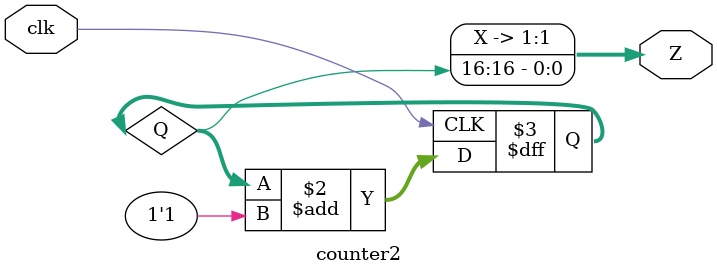
<source format=v>
`timescale 1ns / 1ps

module counter(
input clk,
output [1:0] Y,
output G,
input counten
    );
    
    reg [20:0] Q;
    
    assign G = clk;
always @(G, counten)
        // When will Always Block Be Triggered
begin
if (G == 1 & counten == 1)
        Q <= Q + 1'b1;
        
end
assign Y[0] = Q[19];
assign Y[1] = Q[20];

endmodule

module counter2(
input clk,
output [1:0] Z
    );
    reg [16:0] Q;

always @ (posedge(clk))            // When will Always Block Be Triggered
begin
        // How Output reacts when Rising Edge of Clock Arrives?
        Q <= Q + 1'b1;
end

assign Z[0] = Q[16];
assign Z[1] = Q[17];

endmodule


</source>
